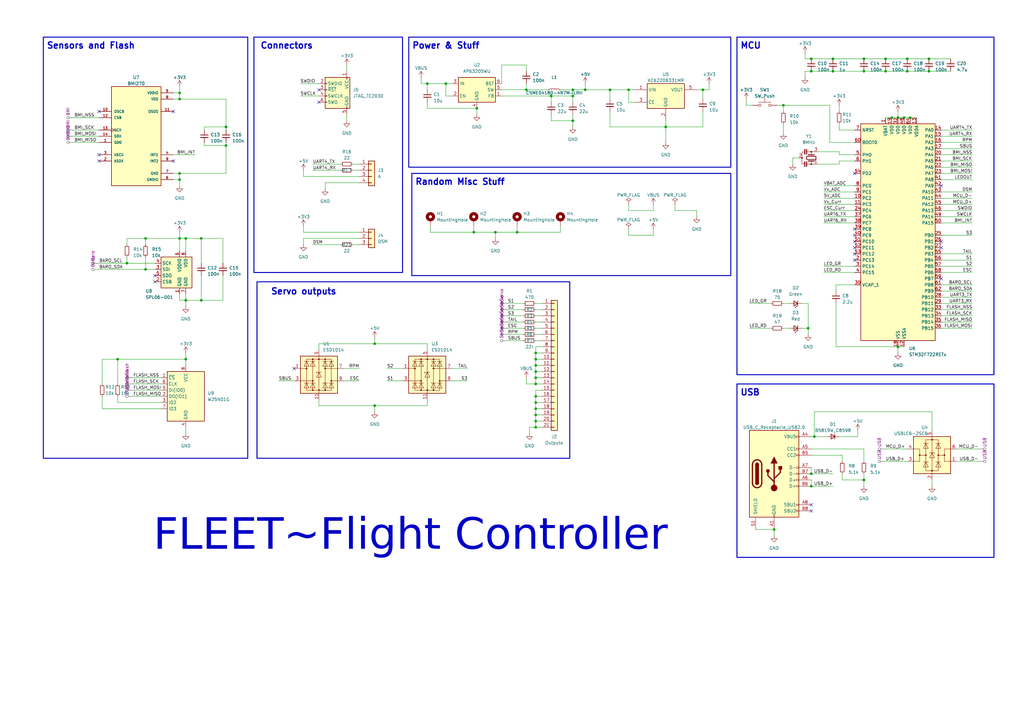
<source format=kicad_sch>
(kicad_sch (version 20250114) (generator "eeschema") (generator_version "9.0")
  (paper "A3")
  (rectangle (start 168.91 71.12) (end 299.72 113.03) (stroke (width 0.4)))
  (rectangle (start 302.26 157.48) (end 407.67 228.6) (stroke (width 0.4)))
  (rectangle (start 105.41 115.57) (end 233.68 187.96) (stroke (width 0.4)))
  (rectangle (start 104.14 15.24) (end 165.1 111.76) (stroke (width 0.4)))
  (rectangle (start 17.78 15.24) (end 101.6 187.96) (stroke (width 0.4)))
  (rectangle (start 167.64 15.24) (end 299.72 68.58) (stroke (width 0.4)))
  (rectangle (start 302.26 15.24) (end 407.67 153.67) (stroke (width 0.4)))
  (text "USB" (at 303.53 162.56 0) (effects (font (size 2.54 2.54) (thickness 0.508) (bold yes)) (justify left bottom)))
  (text "MCU" (at 303.53 20.32 0) (effects (font (size 2.54 2.54) (thickness 0.508) (bold yes)) (justify left bottom)))
  (text "Connectors" (at 106.68 20.32 0) (effects (font (size 2.54 2.54) (thickness 0.508) (bold yes)) (justify left bottom)))
  (text "Random Misc Stuff " (at 170.18 76.2 0) (effects (font (size 2.54 2.54) (thickness 0.508) (bold yes)) (justify left bottom)))
  (text "Servo outputs" (at 110.998 121.158 0) (effects (font (size 2.54 2.54) (thickness 0.508) (bold yes)) (justify left bottom)))
  (text "Sensors and Flash\n" (at 19.05 20.32 0) (effects (font (size 2.54 2.54) (thickness 0.508) (bold yes)) (justify left bottom)))
  (text "Power & Stuff " (at 168.91 20.32 0) (effects (font (size 2.54 2.54) (thickness 0.508) (bold yes)) (justify left bottom)))
  (text "FLEET~Flight Controller\n" (at 168.402 223.266 0) (effects (font (size 12.7 12.7))))
  (junction (at 363.22 24.13))
  (junction (at 288.29 36.83))
  (junction (at 82.55 123.19))
  (junction (at 240.03 36.83))
  (junction (at 182.88 34.29))
  (junction (at 92.71 59.69))
  (junction (at 372.11 24.13))
  (junction (at 92.71 52.07))
  (junction (at 153.67 166.37))
  (junction (at 76.2 147.32))
  (junction (at 365.76 48.26))
  (junction (at 76.2 123.19))
  (junction (at 219.71 152.4))
  (junction (at 219.71 147.32))
  (junction (at 354.33 24.13))
  (junction (at 59.69 110.49))
  (junction (at 76.2 97.79))
  (junction (at 219.71 144.78))
  (junction (at 73.66 40.64))
  (junction (at 334.01 179.07))
  (junction (at 332.74 194.31))
  (junction (at 321.31 43.18))
  (junction (at 212.09 95.25))
  (junction (at 219.71 167.64))
  (junction (at 82.55 97.79))
  (junction (at 354.33 29.21))
  (junction (at 341.63 24.13))
  (junction (at 203.2 95.25))
  (junction (at 219.71 165.1))
  (junction (at 48.26 147.32))
  (junction (at 153.67 140.97))
  (junction (at 273.05 52.07))
  (junction (at 59.69 97.79))
  (junction (at 73.66 97.79))
  (junction (at 317.5 217.17))
  (junction (at 332.74 29.21))
  (junction (at 363.22 29.21))
  (junction (at 257.81 36.83))
  (junction (at 234.95 49.53))
  (junction (at 219.71 170.18))
  (junction (at 332.74 199.39))
  (junction (at 73.66 71.12))
  (junction (at 219.71 172.72))
  (junction (at 368.3 142.24))
  (junction (at 341.63 29.21))
  (junction (at 250.19 36.83))
  (junction (at 234.95 39.37))
  (junction (at 368.3 48.26))
  (junction (at 219.71 157.48))
  (junction (at 73.66 38.1))
  (junction (at 52.07 107.95))
  (junction (at 226.06 39.37))
  (junction (at 219.71 175.26))
  (junction (at 332.74 24.13))
  (junction (at 195.58 44.45))
  (junction (at 219.71 154.94))
  (junction (at 381 29.21))
  (junction (at 373.38 48.26))
  (junction (at 219.71 162.56))
  (junction (at 372.11 29.21))
  (junction (at 215.9 36.83))
  (junction (at 370.84 48.26))
  (junction (at 175.26 34.29))
  (junction (at 354.33 196.85))
  (junction (at 219.71 149.86))
  (junction (at 234.95 36.83))
  (junction (at 194.31 95.25))
  (junction (at 331.47 134.62))
  (junction (at 381 24.13))
  (junction (at 73.66 73.66))
  (no_connect (at 350.52 96.52))
  (no_connect (at 130.81 41.91))
  (no_connect (at 350.52 101.6))
  (no_connect (at 63.5 113.03))
  (no_connect (at 386.08 101.6))
  (no_connect (at 350.52 99.06))
  (no_connect (at 71.12 66.04))
  (no_connect (at 350.52 71.12))
  (no_connect (at 130.81 36.83))
  (no_connect (at 350.52 106.68))
  (no_connect (at 386.08 76.2))
  (no_connect (at 120.65 151.13))
  (no_connect (at 71.12 45.72))
  (no_connect (at 332.74 207.01))
  (no_connect (at 40.64 45.72))
  (no_connect (at 350.52 104.14))
  (no_connect (at 386.08 114.3))
  (no_connect (at 40.64 66.04))
  (no_connect (at 350.52 93.98))
  (no_connect (at 40.64 63.5))
  (no_connect (at 63.5 115.57))
  (no_connect (at 386.08 99.06))
  (no_connect (at 332.74 209.55))
  (wire (pts (xy 130.81 143.51) (xy 130.81 140.97)))
  (wire (pts (xy 250.19 52.07) (xy 273.05 52.07)))
  (wire (pts (xy 219.71 134.62) (xy 222.25 134.62)))
  (wire (pts (xy 325.12 64.77) (xy 325.12 67.31)))
  (wire (pts (xy 73.66 35.56) (xy 73.66 38.1)))
  (wire (pts (xy 386.08 96.52) (xy 398.78 96.52)))
  (wire (pts (xy 83.82 52.07) (xy 92.71 52.07)))
  (wire (pts (xy 363.22 24.13) (xy 372.11 24.13)))
  (wire (pts (xy 321.31 43.18) (xy 321.31 45.72)))
  (wire (pts (xy 386.08 58.42) (xy 398.78 58.42)))
  (wire (pts (xy 30.48 48.26) (xy 40.64 48.26)))
  (wire (pts (xy 175.26 34.29) (xy 172.72 34.29)))
  (wire (pts (xy 386.08 88.9) (xy 398.78 88.9)))
  (wire (pts (xy 381 24.13) (xy 389.89 24.13)))
  (wire (pts (xy 30.48 55.88) (xy 40.64 55.88)))
  (wire (pts (xy 30.48 53.34) (xy 40.64 53.34)))
  (wire (pts (xy 123.19 34.29) (xy 130.81 34.29)))
  (wire (pts (xy 337.82 91.44) (xy 350.52 91.44)))
  (wire (pts (xy 226.06 46.99) (xy 226.06 49.53)))
  (wire (pts (xy 219.71 175.26) (xy 222.25 175.26)))
  (wire (pts (xy 350.52 53.34) (xy 344.17 53.34)))
  (wire (pts (xy 340.36 58.42) (xy 340.36 43.18)))
  (wire (pts (xy 386.08 134.62) (xy 398.78 134.62)))
  (wire (pts (xy 144.78 100.33) (xy 147.32 100.33)))
  (wire (pts (xy 332.74 184.15) (xy 354.33 184.15)))
  (wire (pts (xy 335.28 67.31) (xy 344.17 67.31)))
  (wire (pts (xy 370.84 48.26) (xy 373.38 48.26)))
  (wire (pts (xy 386.08 63.5) (xy 398.78 63.5)))
  (wire (pts (xy 153.67 138.43) (xy 153.67 140.97)))
  (wire (pts (xy 83.82 59.69) (xy 92.71 59.69)))
  (wire (pts (xy 337.82 76.2) (xy 350.52 76.2)))
  (wire (pts (xy 350.52 116.84) (xy 342.9 116.84)))
  (wire (pts (xy 318.77 43.18) (xy 321.31 43.18)))
  (wire (pts (xy 219.71 160.02) (xy 219.71 162.56)))
  (wire (pts (xy 194.31 95.25) (xy 203.2 95.25)))
  (wire (pts (xy 73.66 123.19) (xy 76.2 123.19)))
  (wire (pts (xy 257.81 93.98) (xy 257.81 96.52)))
  (wire (pts (xy 392.43 184.15) (xy 401.32 184.15)))
  (wire (pts (xy 73.66 95.25) (xy 73.66 97.79)))
  (wire (pts (xy 140.97 151.13) (xy 147.32 151.13)))
  (wire (pts (xy 330.2 29.21) (xy 330.2 31.75)))
  (wire (pts (xy 257.81 41.91) (xy 257.81 36.83)))
  (wire (pts (xy 332.74 196.85) (xy 332.74 199.39)))
  (wire (pts (xy 175.26 163.83) (xy 175.26 166.37)))
  (wire (pts (xy 386.08 81.28) (xy 398.78 81.28)))
  (wire (pts (xy 30.48 58.42) (xy 40.64 58.42)))
  (wire (pts (xy 175.26 140.97) (xy 175.26 143.51)))
  (wire (pts (xy 41.91 162.56) (xy 41.91 167.64)))
  (wire (pts (xy 215.9 26.67) (xy 215.9 29.21)))
  (wire (pts (xy 128.27 100.33) (xy 139.7 100.33)))
  (wire (pts (xy 144.78 67.31) (xy 147.32 67.31)))
  (wire (pts (xy 219.71 172.72) (xy 222.25 172.72)))
  (wire (pts (xy 219.71 149.86) (xy 219.71 147.32)))
  (wire (pts (xy 368.3 142.24) (xy 368.3 144.78)))
  (wire (pts (xy 386.08 127) (xy 398.78 127)))
  (wire (pts (xy 54.61 157.48) (xy 66.04 157.48)))
  (wire (pts (xy 381 29.21) (xy 389.89 29.21)))
  (wire (pts (xy 386.08 73.66) (xy 398.78 73.66)))
  (wire (pts (xy 175.26 34.29) (xy 182.88 34.29)))
  (wire (pts (xy 82.55 97.79) (xy 82.55 107.95)))
  (wire (pts (xy 363.22 184.15) (xy 372.11 184.15)))
  (wire (pts (xy 219.71 154.94) (xy 219.71 152.4)))
  (wire (pts (xy 208.28 134.62) (xy 214.63 134.62)))
  (wire (pts (xy 273.05 52.07) (xy 288.29 52.07)))
  (wire (pts (xy 386.08 91.44) (xy 398.78 91.44)))
  (wire (pts (xy 54.61 154.94) (xy 66.04 154.94)))
  (wire (pts (xy 52.07 107.95) (xy 63.5 107.95)))
  (wire (pts (xy 386.08 132.08) (xy 398.78 132.08)))
  (wire (pts (xy 219.71 157.48) (xy 219.71 154.94)))
  (wire (pts (xy 342.9 116.84) (xy 342.9 119.38)))
  (wire (pts (xy 332.74 29.21) (xy 330.2 29.21)))
  (wire (pts (xy 392.43 189.23) (xy 401.32 189.23)))
  (wire (pts (xy 234.95 39.37) (xy 226.06 39.37)))
  (wire (pts (xy 123.19 39.37) (xy 130.81 39.37)))
  (wire (pts (xy 76.2 147.32) (xy 76.2 149.86)))
  (wire (pts (xy 92.71 40.64) (xy 92.71 52.07)))
  (wire (pts (xy 48.26 147.32) (xy 76.2 147.32)))
  (wire (pts (xy 341.63 24.13) (xy 354.33 24.13)))
  (wire (pts (xy 341.63 29.21) (xy 354.33 29.21)))
  (wire (pts (xy 386.08 119.38) (xy 398.78 119.38)))
  (wire (pts (xy 368.3 142.24) (xy 370.84 142.24)))
  (wire (pts (xy 208.28 127) (xy 214.63 127)))
  (wire (pts (xy 217.17 175.26) (xy 219.71 175.26)))
  (wire (pts (xy 73.66 71.12) (xy 71.12 71.12)))
  (wire (pts (xy 328.93 134.62) (xy 331.47 134.62)))
  (wire (pts (xy 350.52 58.42) (xy 340.36 58.42)))
  (wire (pts (xy 165.1 151.13) (xy 158.75 151.13)))
  (wire (pts (xy 219.71 175.26) (xy 219.71 172.72)))
  (wire (pts (xy 386.08 78.74) (xy 398.78 78.74)))
  (wire (pts (xy 344.17 66.04) (xy 344.17 67.31)))
  (wire (pts (xy 285.75 86.36) (xy 285.75 88.9)))
  (wire (pts (xy 365.76 48.26) (xy 368.3 48.26)))
  (wire (pts (xy 273.05 52.07) (xy 273.05 49.53)))
  (wire (pts (xy 363.22 48.26) (xy 365.76 48.26)))
  (wire (pts (xy 92.71 59.69) (xy 92.71 58.42)))
  (wire (pts (xy 219.71 139.7) (xy 222.25 139.7)))
  (wire (pts (xy 342.9 124.46) (xy 342.9 142.24)))
  (wire (pts (xy 185.42 34.29) (xy 182.88 34.29)))
  (wire (pts (xy 308.61 43.18) (xy 306.07 43.18)))
  (wire (pts (xy 219.71 165.1) (xy 222.25 165.1)))
  (wire (pts (xy 372.11 24.13) (xy 381 24.13)))
  (wire (pts (xy 92.71 52.07) (xy 92.71 53.34)))
  (wire (pts (xy 219.71 167.64) (xy 219.71 165.1)))
  (wire (pts (xy 205.74 39.37) (xy 226.06 39.37)))
  (wire (pts (xy 332.74 24.13) (xy 330.2 24.13)))
  (wire (pts (xy 205.74 36.83) (xy 215.9 36.83)))
  (wire (pts (xy 124.46 69.85) (xy 124.46 72.39)))
  (wire (pts (xy 215.9 157.48) (xy 215.9 154.94)))
  (wire (pts (xy 240.03 36.83) (xy 250.19 36.83)))
  (wire (pts (xy 142.24 26.67) (xy 142.24 29.21)))
  (wire (pts (xy 337.82 83.82) (xy 350.52 83.82)))
  (wire (pts (xy 59.69 105.41) (xy 59.69 110.49)))
  (wire (pts (xy 386.08 124.46) (xy 398.78 124.46)))
  (wire (pts (xy 212.09 92.71) (xy 212.09 95.25)))
  (wire (pts (xy 147.32 156.21) (xy 140.97 156.21)))
  (wire (pts (xy 234.95 36.83) (xy 234.95 39.37)))
  (wire (pts (xy 40.64 107.95) (xy 52.07 107.95)))
  (wire (pts (xy 267.97 96.52) (xy 267.97 93.98)))
  (wire (pts (xy 153.67 166.37) (xy 153.67 168.91)))
  (wire (pts (xy 250.19 45.72) (xy 250.19 52.07)))
  (wire (pts (xy 317.5 217.17) (xy 317.5 219.71)))
  (wire (pts (xy 195.58 44.45) (xy 195.58 46.99)))
  (wire (pts (xy 267.97 83.82) (xy 267.97 86.36)))
  (wire (pts (xy 321.31 134.62) (xy 323.85 134.62)))
  (wire (pts (xy 240.03 34.29) (xy 240.03 36.83)))
  (wire (pts (xy 234.95 49.53) (xy 234.95 46.99)))
  (wire (pts (xy 59.69 97.79) (xy 73.66 97.79)))
  (wire (pts (xy 386.08 111.76) (xy 398.78 111.76)))
  (wire (pts (xy 52.07 97.79) (xy 59.69 97.79)))
  (wire (pts (xy 290.83 34.29) (xy 290.83 36.83)))
  (wire (pts (xy 219.71 172.72) (xy 219.71 170.18)))
  (wire (pts (xy 82.55 123.19) (xy 91.44 123.19)))
  (wire (pts (xy 373.38 48.26) (xy 375.92 48.26)))
  (wire (pts (xy 83.82 52.07) (xy 83.82 53.34)))
  (wire (pts (xy 76.2 97.79) (xy 82.55 97.79)))
  (wire (pts (xy 208.28 129.54) (xy 214.63 129.54)))
  (wire (pts (xy 219.71 152.4) (xy 219.71 149.86)))
  (wire (pts (xy 147.32 95.25) (xy 124.46 95.25)))
  (wire (pts (xy 386.08 116.84) (xy 398.78 116.84)))
  (wire (pts (xy 332.74 194.31) (xy 341.63 194.31)))
  (wire (pts (xy 332.74 24.13) (xy 341.63 24.13)))
  (wire (pts (xy 332.74 179.07) (xy 334.01 179.07)))
  (wire (pts (xy 217.17 177.8) (xy 217.17 175.26)))
  (wire (pts (xy 142.24 46.99) (xy 142.24 49.53)))
  (wire (pts (xy 182.88 39.37) (xy 185.42 39.37)))
  (wire (pts (xy 386.08 60.96) (xy 398.78 60.96)))
  (wire (pts (xy 337.82 78.74) (xy 350.52 78.74)))
  (wire (pts (xy 250.19 40.64) (xy 250.19 36.83)))
  (wire (pts (xy 344.17 43.18) (xy 344.17 45.72)))
  (wire (pts (xy 368.3 45.72) (xy 368.3 48.26)))
  (wire (pts (xy 344.17 50.8) (xy 344.17 53.34)))
  (wire (pts (xy 219.71 149.86) (xy 222.25 149.86)))
  (wire (pts (xy 331.47 134.62) (xy 331.47 137.16)))
  (wire (pts (xy 153.67 166.37) (xy 130.81 166.37)))
  (wire (pts (xy 386.08 55.88) (xy 398.78 55.88)))
  (wire (pts (xy 40.64 110.49) (xy 59.69 110.49)))
  (wire (pts (xy 386.08 109.22) (xy 398.78 109.22)))
  (wire (pts (xy 345.44 196.85) (xy 354.33 196.85)))
  (wire (pts (xy 41.91 147.32) (xy 48.26 147.32)))
  (wire (pts (xy 382.27 168.91) (xy 334.01 168.91)))
  (wire (pts (xy 48.26 165.1) (xy 66.04 165.1)))
  (wire (pts (xy 215.9 36.83) (xy 215.9 34.29)))
  (wire (pts (xy 334.01 179.07) (xy 339.09 179.07)))
  (wire (pts (xy 219.71 147.32) (xy 222.25 147.32)))
  (wire (pts (xy 48.26 162.56) (xy 48.26 165.1)))
  (wire (pts (xy 226.06 49.53) (xy 234.95 49.53)))
  (wire (pts (xy 382.27 196.85) (xy 382.27 199.39)))
  (wire (pts (xy 372.11 29.21) (xy 381 29.21)))
  (wire (pts (xy 76.2 144.78) (xy 76.2 147.32)))
  (wire (pts (xy 73.66 40.64) (xy 92.71 40.64)))
  (wire (pts (xy 185.42 156.21) (xy 191.77 156.21)))
  (wire (pts (xy 354.33 29.21) (xy 363.22 29.21)))
  (wire (pts (xy 208.28 139.7) (xy 214.63 139.7)))
  (wire (pts (xy 52.07 105.41) (xy 52.07 107.95)))
  (wire (pts (xy 153.67 140.97) (xy 175.26 140.97)))
  (wire (pts (xy 130.81 140.97) (xy 153.67 140.97)))
  (wire (pts (xy 276.86 83.82) (xy 276.86 86.36)))
  (wire (pts (xy 71.12 63.5) (xy 80.01 63.5)))
  (wire (pts (xy 219.71 137.16) (xy 222.25 137.16)))
  (wire (pts (xy 386.08 83.82) (xy 398.78 83.82)))
  (wire (pts (xy 335.28 62.23) (xy 344.17 62.23)))
  (wire (pts (xy 176.53 92.71) (xy 176.53 95.25)))
  (wire (pts (xy 219.71 162.56) (xy 219.71 165.1)))
  (wire (pts (xy 386.08 121.92) (xy 398.78 121.92)))
  (wire (pts (xy 219.71 157.48) (xy 222.25 157.48)))
  (wire (pts (xy 288.29 45.72) (xy 288.29 52.07)))
  (wire (pts (xy 307.34 134.62) (xy 316.23 134.62)))
  (wire (pts (xy 229.87 36.83) (xy 234.95 36.83)))
  (wire (pts (xy 205.74 26.67) (xy 215.9 26.67)))
  (wire (pts (xy 288.29 36.83) (xy 285.75 36.83)))
  (wire (pts (xy 54.61 160.02) (xy 66.04 160.02)))
  (wire (pts (xy 382.27 168.91) (xy 382.27 176.53)))
  (wire (pts (xy 76.2 175.26) (xy 76.2 177.8)))
  (wire (pts (xy 128.27 67.31) (xy 139.7 67.31)))
  (wire (pts (xy 54.61 162.56) (xy 66.04 162.56)))
  (wire (pts (xy 73.66 71.12) (xy 92.71 71.12)))
  (wire (pts (xy 208.28 124.46) (xy 214.63 124.46)))
  (wire (pts (xy 332.74 186.69) (xy 345.44 186.69)))
  (wire (pts (xy 124.46 97.79) (xy 147.32 97.79)))
  (wire (pts (xy 203.2 95.25) (xy 203.2 97.79)))
  (wire (pts (xy 76.2 120.65) (xy 76.2 123.19)))
  (wire (pts (xy 172.72 31.75) (xy 172.72 34.29)))
  (wire (pts (xy 120.65 156.21) (xy 114.3 156.21)))
  (wire (pts (xy 334.01 168.91) (xy 334.01 179.07)))
  (wire (pts (xy 344.17 179.07) (xy 351.79 179.07)))
  (wire (pts (xy 354.33 194.31) (xy 354.33 196.85)))
  (wire (pts (xy 73.66 73.66) (xy 73.66 76.2)))
  (wire (pts (xy 219.71 127) (xy 222.25 127)))
  (wire (pts (xy 124.46 97.79) (xy 124.46 100.33)))
  (wire (pts (xy 219.71 152.4) (xy 222.25 152.4)))
  (wire (pts (xy 203.2 95.25) (xy 212.09 95.25)))
  (wire (pts (xy 52.07 100.33) (xy 52.07 97.79)))
  (wire (pts (xy 234.95 36.83) (xy 240.03 36.83)))
  (wire (pts (xy 321.31 124.46) (xy 323.85 124.46)))
  (wire (pts (xy 208.28 137.16) (xy 214.63 137.16)))
  (wire (pts (xy 71.12 38.1) (xy 73.66 38.1)))
  (wire (pts (xy 76.2 123.19) (xy 76.2 125.73)))
  (wire (pts (xy 133.35 74.93) (xy 133.35 77.47)))
  (wire (pts (xy 257.81 36.83) (xy 260.35 36.83)))
  (wire (pts (xy 219.71 144.78) (xy 219.71 142.24)))
  (wire (pts (xy 351.79 176.53) (xy 351.79 179.07)))
  (wire (pts (xy 386.08 106.68) (xy 398.78 106.68)))
  (wire (pts (xy 48.26 157.48) (xy 48.26 147.32)))
  (wire (pts (xy 344.17 63.5) (xy 350.52 63.5)))
  (wire (pts (xy 307.34 124.46) (xy 316.23 124.46)))
  (wire (pts (xy 354.33 196.85) (xy 354.33 199.39)))
  (wire (pts (xy 73.66 97.79) (xy 76.2 97.79)))
  (wire (pts (xy 309.88 217.17) (xy 317.5 217.17)))
  (wire (pts (xy 144.78 69.85) (xy 147.32 69.85)))
  (wire (pts (xy 219.71 154.94) (xy 222.25 154.94)))
  (wire (pts (xy 331.47 124.46) (xy 331.47 134.62)))
  (wire (pts (xy 331.47 124.46) (xy 328.93 124.46)))
  (wire (pts (xy 219.71 144.78) (xy 222.25 144.78)))
  (wire (pts (xy 205.74 34.29) (xy 205.74 26.67)))
  (wire (pts (xy 219.71 142.24) (xy 222.25 142.24)))
  (wire (pts (xy 234.95 49.53) (xy 234.95 52.07)))
  (wire (pts (xy 337.82 88.9) (xy 350.52 88.9)))
  (wire (pts (xy 257.81 86.36) (xy 267.97 86.36)))
  (wire (pts (xy 363.22 29.21) (xy 372.11 29.21)))
  (wire (pts (xy 386.08 71.12) (xy 398.78 71.12)))
  (wire (pts (xy 182.88 34.29) (xy 182.88 39.37)))
  (wire (pts (xy 219.71 129.54) (xy 222.25 129.54)))
  (wire (pts (xy 321.31 50.8) (xy 321.31 54.61)))
  (wire (pts (xy 337.82 109.22) (xy 350.52 109.22)))
  (wire (pts (xy 330.2 21.59) (xy 330.2 24.13)))
  (wire (pts (xy 345.44 186.69) (xy 345.44 189.23)))
  (wire (pts (xy 386.08 86.36) (xy 398.78 86.36)))
  (wire (pts (xy 91.44 123.19) (xy 91.44 113.03)))
  (wire (pts (xy 194.31 92.71) (xy 194.31 95.25)))
  (wire (pts (xy 288.29 36.83) (xy 288.29 40.64)))
  (wire (pts (xy 82.55 113.03) (xy 82.55 123.19)))
  (wire (pts (xy 82.55 97.79) (xy 91.44 97.79)))
  (wire (pts (xy 386.08 66.04) (xy 398.78 66.04)))
  (wire (pts (xy 73.66 97.79) (xy 73.66 102.87)))
  (wire (pts (xy 71.12 40.64) (xy 73.66 40.64)))
  (wire (pts (xy 273.05 52.07) (xy 273.05 58.42)))
  (wire (pts (xy 130.81 166.37) (xy 130.81 163.83)))
  (wire (pts (xy 73.66 120.65) (xy 73.66 123.19)))
  (wire (pts (xy 219.71 170.18) (xy 219.71 167.64)))
  (wire (pts (xy 257.81 83.82) (xy 257.81 86.36)))
  (wire (pts (xy 337.82 86.36) (xy 350.52 86.36)))
  (wire (pts (xy 332.74 191.77) (xy 332.74 194.31)))
  (wire (pts (xy 219.71 147.32) (xy 219.71 144.78)))
  (wire (pts (xy 306.07 40.64) (xy 306.07 43.18)))
  (wire (pts (xy 158.75 156.21) (xy 165.1 156.21)))
  (wire (pts (xy 76.2 123.19) (xy 82.55 123.19)))
  (wire (pts (xy 234.95 39.37) (xy 234.95 41.91)))
  (wire (pts (xy 229.87 95.25) (xy 229.87 92.71)))
  (wire (pts (xy 350.52 66.04) (xy 344.17 66.04)))
  (wire (pts (xy 386.08 68.58) (xy 398.78 68.58)))
  (wire (pts (xy 219.71 170.18) (xy 222.25 170.18)))
  (wire (pts (xy 386.08 104.14) (xy 398.78 104.14)))
  (wire (pts (xy 76.2 97.79) (xy 76.2 102.87)))
  (wire (pts (xy 185.42 151.13) (xy 191.77 151.13)))
  (wire (pts (xy 219.71 157.48) (xy 215.9 157.48)))
  (wire (pts (xy 59.69 97.79) (xy 59.69 100.33)))
  (wire (pts (xy 276.86 86.36) (xy 285.75 86.36)))
  (wire (pts (xy 176.53 95.25) (xy 194.31 95.25)))
  (wire (pts (xy 83.82 59.69) (xy 83.82 58.42)))
  (wire (pts (xy 219.71 124.46) (xy 222.25 124.46)))
  (wire (pts (xy 41.91 167.64) (xy 66.04 167.64)))
  (wire (pts (xy 219.71 167.64) (xy 222.25 167.64)))
  (wire (pts (xy 59.69 110.49) (xy 63.5 110.49)))
  (wire (pts (xy 332.74 199.39) (xy 341.63 199.39)))
  (wire (pts (xy 212.09 95.25) (xy 229.87 95.25)))
  (wire (pts (xy 73.66 73.66) (xy 71.12 73.66)))
  (wire (pts (xy 260.35 41.91) (xy 257.81 41.91)))
  (wire (pts (xy 321.31 43.18) (xy 340.36 43.18)))
  (wire (pts (xy 147.32 74.93) (xy 133.35 74.93)))
  (wire (pts (xy 175.26 36.83) (xy 175.26 34.29)))
  (wire (pts (xy 327.66 64.77) (xy 325.12 64.77)))
  (wire (pts (xy 128.27 69.85) (xy 139.7 69.85)))
  (wire (pts (xy 226.06 39.37) (xy 226.06 41.91)))
  (wire (pts (xy 337.82 81.28) (xy 350.52 81.28)))
  (wire (pts (xy 386.08 53.34) (xy 398.78 53.34)))
  (wire (pts (xy 219.71 132.08) (xy 222.25 132.08)))
  (wire (pts (xy 222.25 162.56) (xy 219.71 162.56)))
  (wire (pts (xy 363.22 189.23) (xy 372.11 189.23)))
  (wire (pts (xy 195.58 44.45) (xy 175.26 44.45)))
  (wire (pts (xy 368.3 48.26) (xy 370.84 48.26)))
  (wire (pts (xy 73.66 40.64) (xy 73.66 38.1)))
  (wire (pts (xy 175.26 44.45) (xy 175.26 41.91)))
  (wire (pts (xy 215.9 36.83) (xy 224.79 36.83)))
  (wire (pts (xy 332.74 29.21) (xy 341.63 29.21)))
  (wire (pts (xy 342.9 142.24) (xy 368.3 142.24)))
  (wire (pts (xy 344.17 62.23) (xy 344.17 63.5)))
  (wire (pts (xy 337.82 111.76) (xy 350.52 111.76)))
  (wire (pts (xy 354.33 24.13) (xy 363.22 24.13)))
  (wire (pts (xy 250.19 36.83) (xy 257.81 36.83)))
  (wire (pts (xy 345.44 194.31) (xy 345.44 196.85)))
  (wire (pts (xy 92.71 71.12) (xy 92.71 59.69)))
  (wire (pts (xy 354.33 184.15) (xy 354.33 189.23)))
  (wire (pts (xy 147.32 72.39) (xy 124.46 72.39)))
  (wire (pts (xy 124.46 92.71) (xy 124.46 95.25)))
  (wire (pts (xy 288.29 36.83) (xy 290.83 36.83)))
  (wire (pts (xy 222.25 160.02) (xy 219.71 160.02)))
  (wire (pts (xy 208.28 132.08) (xy 214.63 132.08)))
  (wire (pts (xy 41.91 157.48) (xy 41.91 147.32)))
  (wire (pts (xy 91.44 97.79) (xy 91.44 107.95)))
  (wire (pts (xy 73.66 71.12) (xy 73.66 73.66)))
  (wire (pts (xy 175.26 166.37) (xy 153.67 166.37)))
  (wire (pts (xy 257.81 96.52) (xy 267.97 96.52)))
  (wire (pts (xy 386.08 129.54) (xy 398.78 129.54)))
  (label "SBUS" (at 114.3 156.21 0))
  (label "MCU_D+" (at 363.22 184.15 0))
  (label "UART4_RX" (at 128.27 69.85 0))
  (label "S3" (at 191.77 156.21 180))
  (label "USB_D-" (at 341.63 194.31 180))
  (label "FLASH_MOSI" (at 54.61 160.02 0))
  (label "UART3_TX" (at 398.78 121.92 180))
  (label "UART4_TX" (at 128.27 67.31 0))
  (label "MCU_D+" (at 398.78 83.82 180))
  (label "ESC" (at 398.78 111.76 180))
  (label "S2" (at 158.75 151.13 0))
  (label "DSM" (at 398.78 78.74 180))
  (label "BMI_NSS" (at 30.48 48.26 0))
  (label "LED_GR" (at 337.82 109.22 0))
  (label "BMI_MISO" (at 398.78 68.58 180))
  (label "BARO_SDA" (at 40.64 110.49 0))
  (label "FLASH_NSS" (at 54.61 154.94 0))
  (label "RPM" (at 208.28 137.16 0))
  (label "DSM" (at 128.27 100.33 0))
  (label "BARO_SCL" (at 40.64 107.95 0))
  (label "ESC" (at 208.28 134.62 0))
  (label "SWDIO" (at 123.19 34.29 0))
  (label "TAIL" (at 191.77 151.13 180))
  (label "MCU_D-" (at 401.32 184.15 180))
  (label "USB_D+" (at 363.22 189.23 0))
  (label "BMI_MOSI" (at 398.78 71.12 180))
  (label "Vx_ADC" (at 337.82 78.74 0))
  (label "BMI_INT" (at 398.78 91.44 180))
  (label "FLASH_MOSI" (at 398.78 134.62 180))
  (label "BARO_SDA" (at 398.78 119.38 180))
  (label "LEDOUT" (at 398.78 73.66 180))
  (label "TAIL" (at 208.28 132.08 0))
  (label "USB_D+" (at 341.63 199.39 180))
  (label "S1" (at 398.78 106.68 180))
  (label "RPM" (at 398.78 58.42 180))
  (label "SBUS" (at 208.28 139.7 0))
  (label "LED_GR" (at 307.34 124.46 0))
  (label "FLASH_NSS" (at 398.78 127 180))
  (label "UART4_RX" (at 398.78 55.88 180))
  (label "VBAT_ADC" (at 337.82 76.2 0))
  (label "BARO_SCL" (at 398.78 116.84 180))
  (label "BMI_SCK" (at 398.78 66.04 180))
  (label "S1" (at 208.28 124.46 0))
  (label "BMI_INT" (at 80.01 63.5 180))
  (label "S2" (at 208.28 127 0))
  (label "S1" (at 158.75 156.21 0))
  (label "FLASH_MISO" (at 54.61 162.56 0))
  (label "LED_RD" (at 307.34 134.62 0))
  (label "FLASH_SCK" (at 398.78 129.54 180))
  (label "RPM" (at 147.32 151.13 180))
  (label "FLASH_MISO" (at 398.78 132.08 180))
  (label "UART6_TX" (at 337.82 88.9 0))
  (label "BMI_MISO" (at 30.48 58.42 0))
  (label "BMI_NSS" (at 398.78 63.5 180))
  (label "USB_D-" (at 401.32 189.23 180))
  (label "SWCLK" (at 398.78 88.9 180))
  (label "UART6_RX" (at 337.82 91.44 0))
  (label "UART3_RX" (at 398.78 124.46 180))
  (label "S3" (at 398.78 96.52 180))
  (label "SWCLK" (at 123.19 39.37 0))
  (label "SBUS" (at 398.78 60.96 180))
  (label "UART4_TX" (at 398.78 53.34 180))
  (label "ESC" (at 147.32 156.21 180))
  (label "TAIL" (at 398.78 104.14 180))
  (label "S2" (at 398.78 109.22 180))
  (label "ESC_Curr" (at 337.82 86.36 0))
  (label "BMI_MOSI" (at 30.48 55.88 0))
  (label "Vx_Curr" (at 337.82 83.82 0))
  (label "FLASH_SCK" (at 54.61 157.48 0))
  (label "SWDIO" (at 398.78 86.36 180))
  (label "LED_RD" (at 337.82 111.76 0))
  (label "5V_ADC" (at 337.82 81.28 0))
  (label "BMI_SCK" (at 30.48 53.34 0))
  (label "S3" (at 208.28 129.54 0))
  (label "MCU_D-" (at 398.78 81.28 180))
  (netclass_flag "" (length 2.54) (shape round) (at 40.64 107.95 90) (property "Netclass" "Baro" (at 38.1 107.2515 90) (effects (font (italic yes)) (justify left))))
  (netclass_flag "" (length 2.54) (shape round) (at 208.28 139.7 90) (property "Netclass" "Servo" (at 205.74 139.0015 90) (effects (font (italic yes)) (justify left))))
  (netclass_flag "" (length 2.54) (shape round) (at 208.28 137.16 90) (property "Netclass" "Servo" (at 205.74 136.4615 90) (effects (font (italic yes)) (justify left))))
  (netclass_flag "" (length 2.54) (shape round) (at 40.64 110.49 90) (property "Netclass" "Baro" (at 38.1 109.7915 90) (effects (font (italic yes)) (justify left))))
  (netclass_flag "" (length 2.54) (shape round) (at 401.32 184.15 270) (property "Netclass" "USB" (at 403.86 183.4515 90) (effects (font (italic yes)) (justify left))))
  (netclass_flag "" (length 2.54) (shape round) (at 30.48 58.42 90) (property "Netclass" "BMI" (at 27.94 57.7215 90) (effects (font (italic yes)) (justify left))))
  (netclass_flag "" (length 2.54) (shape round) (at 208.28 129.54 90) (property "Netclass" "Servo" (at 205.74 128.8415 90) (effects (font (italic yes)) (justify left))))
  (netclass_flag "" (length 2.54) (shape round) (at 30.48 48.26 90) (property "Netclass" "BMI" (at 27.94 47.5615 90) (effects (font (italic yes)) (justify left))))
  (netclass_flag "" (length 2.54) (shape round) (at 54.61 157.48 90) (property "Netclass" "Flash" (at 52.07 156.7815 90) (effects (font (italic yes)) (justify left))))
  (netclass_flag "" (length 2.54) (shape round) (at 208.28 134.62 90) (property "Netclass" "Servo" (at 205.74 133.9215 90) (effects (font (italic yes)) (justify left))))
  (netclass_flag "" (length 2.54) (shape round) (at 54.61 160.02 90) (property "Netclass" "Flash" (at 52.07 159.3215 90) (effects (font (italic yes)) (justify left))))
  (netclass_flag "" (length 2.54) (shape round) (at 208.28 124.46 90) (property "Netclass" "Servo" (at 205.74 123.7615 90) (effects (font (italic yes)) (justify left))))
  (netclass_flag "" (length 2.54) (shape round) (at 208.28 127 90) (property "Netclass" "Servo" (at 205.74 126.3015 90) (effects (font (italic yes)) (justify left))))
  (netclass_flag "" (length 2.54) (shape round) (at 363.22 189.23 90) (property "Netclass" "USB" (at 360.68 188.5315 90) (effects (font (italic yes)) (justify left))))
  (netclass_flag "" (length 2.54) (shape round) (at 363.22 184.15 90) (property "Netclass" "USB" (at 360.68 183.4515 90) (effects (font (italic yes)) (justify left))))
  (netclass_flag "" (length 2.54) (shape round) (at 54.61 154.94 90) (property "Netclass" "Flash" (at 52.07 154.2415 90) (effects (font (italic yes)) (justify left))))
  (netclass_flag "" (length 2.54) (shape round) (at 54.61 162.56 90) (property "Netclass" "Flash" (at 52.07 161.8615 90) (effects (font (italic yes)) (justify left))))
  (netclass_flag "" (length 2.54) (shape round) (at 30.48 53.34 90) (property "Netclass" "BMI" (at 27.94 52.6415 90) (effects (font (italic yes)) (justify left))))
  (netclass_flag "" (length 2.54) (shape round) (at 30.48 55.88 90) (property "Netclass" "BMI" (at 27.94 55.1815 90) (effects (font (italic yes)) (justify left))))
  (netclass_flag "" (length 2.54) (shape round) (at 208.28 132.08 90) (property "Netclass" "Servo" (at 205.74 131.3815 90) (effects (font (italic yes)) (justify left))))
  (netclass_flag "" (length 2.54) (shape round) (at 401.32 189.23 270) (property "Netclass" "USB" (at 403.86 188.5315 90) (effects (font (italic yes)) (justify left))))
  (symbol (lib_id "power:GND") (at 285.75 88.9 0) (unit 1)
    (property "Reference" "#PWR033" (effects (hide yes)))
    (property "Value" "GND" (at 285.75 93.98 0))
  )
  (symbol (lib_id "Device:R_Small") (at 321.31 48.26 0) (unit 1)
    (property "Reference" "R10" (at 323.85 47.625 0) (effects (justify left)))
    (property "Value" "10k" (at 323.85 50.165 0) (effects (justify left)))
    (property "Footprint" "Resistor_SMD:R_0402_1005Metric" (effects (hide yes)))
  )
  (symbol (lib_id "Device:R_Small") (at 217.17 139.7 90) (unit 1)
    (property "Reference" "R7" (at 217.17 139.7 90))
    (property "Value" "22r" (at 217.17 142.24 90))
    (property "Footprint" "Resistor_SMD:R_0402_1005Metric" (effects (hide yes)))
  )
  (symbol (lib_id "power:GND") (at 331.47 137.16 0) (unit 1)
    (property "Reference" "#PWR030" (effects (hide yes)))
    (property "Value" "GND" (at 331.47 142.24 0))
  )
  (symbol (lib_id "Device:R_Small") (at 217.17 127 90) (unit 1)
    (property "Reference" "R2" (at 217.17 127 90))
    (property "Value" "470" (effects (hide yes)))
    (property "Footprint" "Resistor_SMD:R_0402_1005Metric" (effects (hide yes)))
  )
  (symbol (lib_id "power:GND") (at 325.12 67.31 0) (unit 1)
    (property "Reference" "#PWR034" (effects (hide yes)))
    (property "Value" "GND" (at 325.12 72.39 0))
  )
  (symbol (lib_id "Device:D_Small") (at 341.63 179.07 180) (unit 1)
    (property "Reference" "D1" (at 341.63 173.99 0))
    (property "Value" "B5819W_C8598" (at 341.63 176.53 0))
    (property "Footprint" "Diode_SMD:D_SOD-123" (effects (hide yes)))
    (property "Sim.Device" "D" (effects (hide yes)))
    (property "Sim.Pins" "1=K 2=A" (effects (hide yes)))
  )
  (symbol (lib_id "marbastlib_various:JTAG_TC2030") (at 137.16 39.37 0) (unit 1)
    (property "Reference" "J5" (at 144.78 36.83 0) (effects (justify left)))
    (property "Value" "JTAG_TC2030" (at 144.78 39.37 0) (effects (justify left)))
    (property "Footprint" "marbastlib_various:CON_TC2030_outlined" (effects (hide yes)))
    (property "Datasheet" " ~" (effects (hide yes)))
  )
  (symbol (lib_id "power:PWR_FLAG") (at 276.86 83.82 0) (unit 1)
    (property "Reference" "#FLG03" (effects (hide yes)))
    (property "Value" "PWR_FLAG" (at 276.86 80.01 0))
  )
  (symbol (lib_id "Device:R_Small") (at 217.17 124.46 90) (unit 1)
    (property "Reference" "R1" (at 217.17 119.38 90))
    (property "Value" "470" (at 217.17 121.92 90))
    (property "Footprint" "Resistor_SMD:R_0402_1005Metric" (effects (hide yes)))
  )
  (symbol (lib_id "power:VBUS") (at 267.97 83.82 0) (unit 1)
    (property "Reference" "#PWR031" (effects (hide yes)))
    (property "Value" "VBUS" (at 267.97 80.01 0))
  )
  (symbol (lib_id "power:PWR_FLAG") (at 257.81 93.98 0) (unit 1)
    (property "Reference" "#FLG02" (effects (hide yes)))
    (property "Value" "PWR_FLAG" (at 257.81 90.17 0))
  )
  (symbol (lib_id "Mechanical:MountingHole_Pad") (at 194.31 90.17 0) (unit 1)
    (property "Reference" "H2" (at 196.85 87.63 0) (effects (justify left)))
    (property "Value" "MountingHole" (at 196.85 90.17 0) (effects (justify left)))
    (property "Footprint" "MountingHole:MountingHole_2.2mm_M2_Pad_Via" (effects (hide yes)))
  )
  (symbol (lib_id "Device:C_Small") (at 175.26 39.37 0) (unit 1)
    (property "Reference" "C1" (at 177.8 38.7413 0) (effects (justify left)))
    (property "Value" "10u" (at 177.8 41.2813 0) (effects (justify left)))
    (property "Footprint" "Capacitor_SMD:C_0603_1608Metric" (effects (hide yes)))
  )
  (symbol (lib_id "power:GND") (at 273.05 58.42 0) (unit 1)
    (property "Reference" "#PWR015" (effects (hide yes)))
    (property "Value" "GND" (at 273.05 63.5 0))
  )
  (symbol (lib_id "Regulator_Linear:XC6220B331MR") (at 273.05 39.37 0) (unit 1)
    (property "Reference" "U5" (at 273.05 30.48 0))
    (property "Value" "XC6220B331MR" (at 273.05 33.02 0))
    (property "Footprint" "Package_TO_SOT_SMD:SOT-23-5" (effects (hide yes)))
    (property "Datasheet" "https://www.torexsemi.com/file/xc6220/XC6220.pdf" (effects (hide yes)))
  )
  (symbol (lib_id "power:GND") (at 382.27 199.39 0) (unit 1)
    (property "Reference" "#PWR010" (effects (hide yes)))
    (property "Value" "GND" (at 382.27 204.47 0))
  )
  (symbol (lib_id "Device:R_Small") (at 217.17 137.16 90) (unit 1)
    (property "Reference" "R6" (at 217.17 137.16 90))
    (property "Value" "470" (effects (hide yes)))
    (property "Footprint" "Resistor_SMD:R_0402_1005Metric" (effects (hide yes)))
  )
  (symbol (lib_id "Device:C_Small") (at 91.44 110.49 0) (unit 1)
    (property "Reference" "C15" (at 93.98 109.8613 0) (effects (justify left)))
    (property "Value" "100n" (at 93.98 112.4013 0) (effects (justify left)))
    (property "Footprint" "Capacitor_SMD:C_0402_1005Metric" (effects (hide yes)))
  )
  (symbol (lib_id "power:+5V") (at 153.67 138.43 0) (unit 1)
    (property "Reference" "#PWR05" (effects (hide yes)))
    (property "Value" "+5V" (at 153.67 134.62 0))
  )
  (symbol (lib_id "Device:C_Small") (at 83.82 55.88 0) (unit 1)
    (property "Reference" "C13" (at 86.36 55.2513 0) (effects (justify left)))
    (property "Value" "100n" (at 86.36 57.7913 0) (effects (justify left)))
    (property "Footprint" "Capacitor_SMD:C_0402_1005Metric" (effects (hide yes)))
  )
  (symbol (lib_id "Connector_Generic:Conn_01x04") (at 152.4 69.85 0) (unit 1)
    (property "Reference" "J3" (at 154.94 69.85 0) (effects (justify left)))
    (property "Value" "A" (at 154.94 72.39 0) (effects (justify left)))
    (property "Footprint" "Connector_JST:JST_GH_BM04B-GHS-TBT_1x04-1MP_P1.25mm_Vertical" (effects (hide yes)))
  )
  (symbol (lib_id "Connector_Generic:Conn_01x21") (at 227.33 149.86 0) (unit 1)
    (property "Reference" "J2" (at 226.06 179.07 0) (effects (justify left)))
    (property "Value" "Outputs" (at 223.52 181.61 0) (effects (justify left)))
    (property "Footprint" "servo:7xServo_Vertical" (effects (hide yes)))
  )
  (symbol (lib_id "Switch:SW_Push") (at 313.69 43.18 0) (unit 1)
    (property "Reference" "SW1" (at 313.69 36.83 0))
    (property "Value" "SW_Push" (at 313.69 39.37 0))
    (property "Footprint" "Button_Switch_SMD:SW_Push_SPST_NO_Alps_SKRK" (effects (hide yes)))
  )
  (symbol (lib_id "power:+3V3") (at 368.3 45.72 0) (unit 1)
    (property "Reference" "#PWR018" (effects (hide yes)))
    (property "Value" "+3V3" (at 368.3 41.91 0))
  )
  (symbol (lib_id "power:GND") (at 330.2 31.75 0) (unit 1)
    (property "Reference" "#PWR021" (effects (hide yes)))
    (property "Value" "GND" (at 330.2 36.83 0))
  )
  (symbol (lib_id "Device:C_Small") (at 389.89 26.67 0) (unit 1)
    (property "Reference" "C20" (at 392.43 26.0413 0) (effects (justify left)))
    (property "Value" "4.7u" (at 392.43 28.5813 0) (effects (justify left)))
    (property "Footprint" "Capacitor_SMD:C_0402_1005Metric" (effects (hide yes)))
  )
  (symbol (lib_id "Device:R_Small") (at 345.44 191.77 0) (unit 1)
    (property "Reference" "R8" (at 347.98 191.135 0) (effects (justify left)))
    (property "Value" "5.1k" (at 347.98 193.675 0) (effects (justify left)))
    (property "Footprint" "Resistor_SMD:R_0402_1005Metric" (effects (hide yes)))
  )
  (symbol (lib_id "power:GND") (at 368.3 144.78 0) (unit 1)
    (property "Reference" "#PWR019" (effects (hide yes)))
    (property "Value" "GND" (at 368.3 149.86 0))
  )
  (symbol (lib_id "Device:C_Small") (at 215.9 31.75 180) (unit 1)
    (property "Reference" "C2" (at 218.44 30.4736 0) (effects (justify right)))
    (property "Value" "100n" (at 218.44 33.0136 0) (effects (justify right)))
    (property "Footprint" "Capacitor_SMD:C_0402_1005Metric" (effects (hide yes)))
  )
  (symbol (lib_id "Device:C_Small") (at 341.63 26.67 0) (unit 1)
    (property "Reference" "C11" (at 344.17 26.0413 0) (effects (justify left)))
    (property "Value" "1u" (at 344.17 28.5813 0) (effects (justify left)))
    (property "Footprint" "Capacitor_SMD:C_0402_1005Metric" (effects (hide yes)))
  )
  (symbol (lib_id "bmi270:SPL06-001") (at 73.66 113.03 0) (unit 1)
    (property "Reference" "U8" (at 59.69 119.38 0) (effects (justify left)))
    (property "Value" "SPL06-001" (at 59.69 121.92 0) (effects (justify left)))
    (property "Footprint" "Package_LGA:Bosch_LGA-8_2x2.5mm_P0.65mm_ClockwisePinNumbering" (effects (hide yes)))
    (property "Datasheet" "https://ae-bst.resource.bosch.com/media/_tech/media/datasheets/BST-BMP280-DS001.pdf" (effects (hide yes)))
  )
  (symbol (lib_id "power:+5V") (at 267.97 93.98 0) (unit 1)
    (property "Reference" "#PWR032" (effects (hide yes)))
    (property "Value" "+5V" (at 267.97 90.17 0))
  )
  (symbol (lib_id "power:GND") (at 354.33 199.39 0) (unit 1)
    (property "Reference" "#PWR08" (effects (hide yes)))
    (property "Value" "GND" (at 354.33 204.47 0))
  )
  (symbol (lib_id "bmi270:W225N01GVZEIG") (at 76.2 162.56 0) (unit 1)
    (property "Reference" "U9" (at 85.09 161.29 0) (effects (justify left)))
    (property "Value" "W25N01G" (at 85.09 163.83 0) (effects (justify left)))
    (property "Footprint" "Package_SON:WSON-8-1EP_8x6mm_P1.27mm_EP3.4x4.3mm" (effects (hide yes)))
  )
  (symbol (lib_id "Device:C_Small") (at 92.71 55.88 0) (unit 1)
    (property "Reference" "C16" (at 95.25 55.2513 0) (effects (justify left)))
    (property "Value" "100n" (at 95.25 57.7913 0) (effects (justify left)))
    (property "Footprint" "Capacitor_SMD:C_0402_1005Metric" (effects (hide yes)))
  )
  (symbol (lib_id "power:GND") (at 133.35 77.47 0) (unit 1)
    (property "Reference" "#PWR029" (effects (hide yes)))
    (property "Value" "GND" (at 133.35 82.55 0))
  )
  (symbol (lib_id "Device:R_Small") (at 48.26 160.02 0) (unit 1)
    (property "Reference" "R13" (at 49.53 158.75 0) (effects (justify left)))
    (property "Value" "10k" (at 49.53 161.29 0) (effects (justify left)))
    (property "Footprint" "Resistor_SMD:R_0402_1005Metric" (effects (hide yes)))
  )
  (symbol (lib_id "Device:C_Small") (at 381 26.67 0) (unit 1)
    (property "Reference" "C19" (at 383.54 26.0413 0) (effects (justify left)))
    (property "Value" "100n" (at 383.54 28.5813 0) (effects (justify left)))
    (property "Footprint" "Capacitor_SMD:C_0402_1005Metric" (effects (hide yes)))
  )
  (symbol (lib_id "power:+3V3") (at 344.17 43.18 0) (unit 1)
    (property "Reference" "#PWR016" (effects (hide yes)))
    (property "Value" "+3V3" (at 344.17 39.37 0))
  )
  (symbol (lib_id "Device:C_Small") (at 363.22 26.67 0) (unit 1)
    (property "Reference" "C17" (at 365.76 26.0413 0) (effects (justify left)))
    (property "Value" "100n" (at 365.76 28.5813 0) (effects (justify left)))
    (property "Footprint" "Capacitor_SMD:C_0402_1005Metric" (effects (hide yes)))
  )
  (symbol (lib_id "Device:C_Small") (at 372.11 26.67 0) (unit 1)
    (property "Reference" "C18" (at 374.65 26.0413 0) (effects (justify left)))
    (property "Value" "100n" (at 374.65 28.5813 0) (effects (justify left)))
    (property "Footprint" "Capacitor_SMD:C_0402_1005Metric" (effects (hide yes)))
  )
  (symbol (lib_id "power:+5V") (at 124.46 69.85 0) (unit 1)
    (property "Reference" "#PWR028" (effects (hide yes)))
    (property "Value" "+5V" (at 124.46 66.04 0))
  )
  (symbol (lib_id "power:+3V3") (at 306.07 40.64 0) (unit 1)
    (property "Reference" "#PWR013" (effects (hide yes)))
    (property "Value" "+3V3" (at 306.07 36.83 0))
  )
  (symbol (lib_id "Device:C_Small") (at 342.9 121.92 0) (unit 1)
    (property "Reference" "C8" (at 345.44 121.2913 0) (effects (justify left)))
    (property "Value" "2.2u" (at 345.44 123.8313 0) (effects (justify left)))
    (property "Footprint" "Capacitor_SMD:C_0402_1005Metric" (effects (hide yes)))
  )
  (symbol (lib_id "Device:C_Small") (at 82.55 110.49 0) (unit 1)
    (property "Reference" "C12" (at 85.09 109.8613 0) (effects (justify left)))
    (property "Value" "100n" (at 85.09 112.4013 0) (effects (justify left)))
    (property "Footprint" "Capacitor_SMD:C_0402_1005Metric" (effects (hide yes)))
  )
  (symbol (lib_id "power:GND") (at 124.46 100.33 0) (unit 1)
    (property "Reference" "#PWR037" (effects (hide yes)))
    (property "Value" "GND" (at 124.46 105.41 0))
  )
  (symbol (lib_id "MCU_ST_STM32F7:STM32F722RETx") (at 368.3 96.52 0) (unit 1)
    (property "Reference" "U6" (at 372.7959 142.875 0) (effects (justify left)))
    (property "Value" "STM32F722RETx" (at 372.7959 145.415 0) (effects (justify left)))
    (property "Footprint" "Package_QFP:LQFP-64_10x10mm_P0.5mm" (effects (hide yes)))
    (property "Datasheet" "https://www.st.com/resource/en/datasheet/stm32f722re.pdf" (effects (hide yes)))
  )
  (symbol (lib_id "Device:R_Small") (at 142.24 67.31 90) (unit 1)
    (property "Reference" "R16" (at 142.24 62.23 90))
    (property "Value" "22" (at 142.24 64.77 90))
    (property "Footprint" "Resistor_SMD:R_0402_1005Metric" (effects (hide yes)))
  )
  (symbol (lib_id "bmi270:ESD1014") (at 130.81 153.67 0) (unit 1)
    (property "Reference" "U1" (at 132.4611 140.97 0) (effects (justify left)))
    (property "Value" "ESD1014" (at 132.4611 143.51 0) (effects (justify left)))
    (property "Footprint" "Package_DFN_QFN:DFN-10-1EP_2.6x2.6mm_P0.5mm_EP1.3x2.2mm" (effects (hide yes)))
  )
  (symbol (lib_id "power:+3V3") (at 76.2 144.78 0) (unit 1)
    (property "Reference" "#PWR026" (effects (hide yes)))
    (property "Value" "+3V3" (at 76.2 140.97 0))
  )
  (symbol (lib_id "Device:C_Small") (at 332.74 26.67 0) (unit 1)
    (property "Reference" "C10" (at 335.28 26.0413 0) (effects (justify left)))
    (property "Value" "100n" (at 335.28 28.5813 0) (effects (justify left)))
    (property "Footprint" "Capacitor_SMD:C_0402_1005Metric" (effects (hide yes)))
  )
  (symbol (lib_id "Device:LED_Small") (at 326.39 124.46 180) (unit 1)
    (property "Reference" "D2" (at 326.3265 118.11 0))
    (property "Value" "Green" (at 326.3265 120.65 0))
    (property "Footprint" "LED_SMD:LED_0603_1608Metric" (effects (hide yes)))
  )
  (symbol (lib_id "Device:R_Small") (at 142.24 100.33 90) (unit 1)
    (property "Reference" "R21" (at 142.24 100.33 90))
    (property "Value" "22" (at 142.24 102.87 90))
    (property "Footprint" "Resistor_SMD:R_0402_1005Metric" (effects (hide yes)))
  )
  (symbol (lib_id "Device:C_Small") (at 354.33 26.67 0) (unit 1)
    (property "Reference" "C14" (at 356.87 26.0413 0) (effects (justify left)))
    (property "Value" "100n" (at 356.87 28.5813 0) (effects (justify left)))
    (property "Footprint" "Capacitor_SMD:C_0402_1005Metric" (effects (hide yes)))
  )
  (symbol (lib_id "power:+5V") (at 351.79 176.53 0) (unit 1)
    (property "Reference" "#PWR07" (effects (hide yes)))
    (property "Value" "+5V" (at 351.79 172.72 0))
  )
  (symbol (lib_id "power:+3V3") (at 330.2 21.59 0) (unit 1)
    (property "Reference" "#PWR020" (effects (hide yes)))
    (property "Value" "+3V3" (at 330.2 17.78 0))
  )
  (symbol (lib_id "power:GND") (at 217.17 177.8 0) (unit 1)
    (property "Reference" "#PWR02" (effects (hide yes)))
    (property "Value" "GND" (at 217.17 182.88 0))
  )
  (symbol (lib_id "Device:C_Small") (at 234.95 44.45 0) (unit 1)
    (property "Reference" "C4" (at 237.49 43.1863 0) (effects (justify left)))
    (property "Value" "22u" (at 237.49 45.7263 0) (effects (justify left)))
    (property "Footprint" "Capacitor_SMD:C_0603_1608Metric" (effects (hide yes)))
  )
  (symbol (lib_id "Connector_Generic:Conn_01x03") (at 152.4 97.79 0) (unit 1)
    (property "Reference" "J4" (at 154.94 96.52 0) (effects (justify left)))
    (property "Value" "DSM" (at 154.94 99.06 0) (effects (justify left)))
    (property "Footprint" "footprints:JST_ZH_B3B-ZR_1x03_P1.50mm_Vertical" (effects (hide yes)))
  )
  (symbol (lib_id "Device:C_Small") (at 226.06 44.45 0) (unit 1)
    (property "Reference" "C3" (at 228.6 43.1863 0) (effects (justify left)))
    (property "Value" "22u" (at 228.6 45.7263 0) (effects (justify left)))
    (property "Footprint" "Capacitor_SMD:C_0603_1608Metric" (effects (hide yes)))
  )
  (symbol (lib_id "power:GND") (at 317.5 219.71 0) (unit 1)
    (property "Reference" "#PWR03" (effects (hide yes)))
    (property "Value" "GND" (at 317.5 224.79 0))
  )
  (symbol (lib_id "Mechanical:MountingHole_Pad") (at 176.53 90.17 0) (unit 1)
    (property "Reference" "H1" (at 179.07 87.63 0) (effects (justify left)))
    (property "Value" "MountingHole" (at 179.07 90.17 0) (effects (justify left)))
    (property "Footprint" "MountingHole:MountingHole_2.2mm_M2_Pad_Via" (effects (hide yes)))
  )
  (symbol (lib_id "Power_Protection:USBLC6-2SC6") (at 382.27 186.69 0) (mirror y) (unit 1)
    (property "Reference" "U4" (at 380.6189 175.26 0) (effects (justify left)))
    (property "Value" "USBLC6-2SC6" (at 380.6189 177.8 0) (effects (justify left)))
    (property "Footprint" "Package_TO_SOT_SMD:SOT-23-6" (effects (hide yes)))
    (property "Datasheet" "https://www.st.com/resource/en/datasheet/usblc6-2.pdf" (effects (hide yes)))
  )
  (symbol (lib_id "power:+3V3") (at 73.66 35.56 0) (unit 1)
    (property "Reference" "#PWR022" (effects (hide yes)))
    (property "Value" "+3V3" (at 73.66 31.75 0))
  )
  (symbol (lib_id "Device:R_Small") (at 318.77 134.62 90) (unit 1)
    (property "Reference" "R19" (at 318.77 129.54 90))
    (property "Value" "47" (at 318.77 132.08 90))
    (property "Footprint" "Resistor_SMD:R_0402_1005Metric" (effects (hide yes)))
  )
  (symbol (lib_id "power:VBUS") (at 172.72 31.75 0) (unit 1)
    (property "Reference" "#PWR04" (effects (hide yes)))
    (property "Value" "VBUS" (at 172.72 27.94 0))
  )
  (symbol (lib_id "Device:R_Small") (at 217.17 132.08 90) (unit 1)
    (property "Reference" "R4" (at 217.17 132.08 90))
    (property "Value" "470" (effects (hide yes)))
    (property "Footprint" "Resistor_SMD:R_0402_1005Metric" (effects (hide yes)))
  )
  (symbol (lib_id "Device:R_Small") (at 354.33 191.77 0) (unit 1)
    (property "Reference" "R9" (at 356.87 191.135 0) (effects (justify left)))
    (property "Value" "5.1k" (at 356.87 193.675 0) (effects (justify left)))
    (property "Footprint" "Resistor_SMD:R_0402_1005Metric" (effects (hide yes)))
  )
  (symbol (lib_id "power:GND") (at 142.24 49.53 0) (unit 1)
    (property "Reference" "#PWR038" (effects (hide yes)))
    (property "Value" "GND" (at 142.24 54.61 0))
  )
  (symbol (lib_id "Device:Resonator_Small") (at 332.74 64.77 270) (mirror x) (unit 1)
    (property "Reference" "Y1" (at 331.7367 55.88 90))
    (property "Value" "8MHz" (at 331.7367 58.42 90))
    (property "Footprint" "Crystal:Resonator_SMD_Murata_CSTxExxV-3Pin_3.0x1.1mm" (effects (hide yes)))
  )
  (symbol (lib_id "power:+3V3") (at 73.66 95.25 0) (unit 1)
    (property "Reference" "#PWR024" (effects (hide yes)))
    (property "Value" "+3V3" (at 73.66 91.44 0))
  )
  (symbol (lib_id "Mechanical:MountingHole_Pad") (at 212.09 90.17 0) (unit 1)
    (property "Reference" "H3" (at 214.63 87.63 0) (effects (justify left)))
    (property "Value" "MountingHole" (at 214.63 90.17 0) (effects (justify left)))
    (property "Footprint" "MountingHole:MountingHole_2.2mm_M2_Pad_Via" (effects (hide yes)))
  )
  (symbol (lib_id "bmi270:BMI270") (at 55.88 55.88 0) (unit 1)
    (property "Reference" "U7" (at 55.88 31.75 0))
    (property "Value" "BMI270" (at 55.88 34.29 0))
    (property "Footprint" "footprints:XDCR_BMI270" (effects (hide yes)))
    (property "Description" "\nAccelerometer, Gyroscope, 6 Axis Sensor I²C, SPI Output\n" (effects (hide yes)))
    (property "PATREV" "1.0" (effects (hide yes)))
    (property "MF" "Bosch Sensortec" (effects (hide yes)))
    (property "MAXIMUM_PACKAGE_HEIGHT" "0.87mm" (effects (hide yes)))
    (property "Package" "LGA-14 Bosch Sensortec" (effects (hide yes)))
    (property "Price" "None" (effects (hide yes)))
    (property "Check_prices" "https://www.snapeda.com/parts/BMI270/Bosch+Sensortec/view-part/?ref=eda" (effects (hide yes)))
    (property "STANDARD" "Manufacturer Recommendations" (effects (hide yes)))
    (property "SnapEDA_Link" "https://www.snapeda.com/parts/BMI270/Bosch+Sensortec/view-part/?ref=snap" (effects (hide yes)))
    (property "MP" "BMI270" (effects (hide yes)))
    (property "Purchase-URL" "https://www.snapeda.com/api/url_track_click_mouser/?unipart_id=3595167&manufacturer=Bosch Sensortec&part_name=BMI270&search_term=None" (effects (hide yes)))
    (property "Availability" "In Stock" (effects (hide yes)))
    (property "MANUFACTURER" "Bosch Sensortec" (effects (hide yes)))
  )
  (symbol (lib_id "power:VBUS") (at 215.9 154.94 0) (unit 1)
    (property "Reference" "#PWR01" (effects (hide yes)))
    (property "Value" "VBUS" (at 215.9 151.13 0))
  )
  (symbol (lib_id "Connector:USB_C_Receptacle_USB2.0") (at 317.5 194.31 0) (unit 1)
    (property "Reference" "J1" (at 317.5 172.72 0))
    (property "Value" "USB_C_Receptacle_USB2.0" (at 317.5 175.26 0))
    (property "Footprint" "Connector_USB:USB_C_Receptacle_HRO_TYPE-C-31-M-12" (effects (hide yes)))
    (property "Datasheet" "https://www.usb.org/sites/default/files/documents/usb_type-c.zip" (effects (hide yes)))
  )
  (symbol (lib_id "Device:R_Small") (at 217.17 129.54 90) (unit 1)
    (property "Reference" "R3" (at 217.17 129.54 90))
    (property "Value" "470" (effects (hide yes)))
    (property "Footprint" "Resistor_SMD:R_0402_1005Metric" (effects (hide yes)))
  )
  (symbol (lib_id "power:GND") (at 195.58 46.99 0) (unit 1)
    (property "Reference" "#PWR09" (effects (hide yes)))
    (property "Value" "GND" (at 195.58 52.07 0))
  )
  (symbol (lib_id "Device:R_Small") (at 52.07 102.87 0) (unit 1)
    (property "Reference" "R14" (at 54.61 102.235 0) (effects (justify left)))
    (property "Value" "10k" (at 54.61 104.775 0) (effects (justify left)))
    (property "Footprint" "Resistor_SMD:R_0402_1005Metric" (effects (hide yes)))
  )
  (symbol (lib_id "Device:LED_Small") (at 326.39 134.62 180) (unit 1)
    (property "Reference" "D3" (at 326.3265 128.27 0))
    (property "Value" "Red" (at 326.3265 130.81 0))
    (property "Footprint" "LED_SMD:LED_0603_1608Metric" (effects (hide yes)))
  )
  (symbol (lib_id "Device:R_Small") (at 142.24 69.85 90) (unit 1)
    (property "Reference" "R17" (at 142.24 69.85 90))
    (property "Value" "22" (effects (hide yes)))
    (property "Footprint" "Resistor_SMD:R_0402_1005Metric" (effects (hide yes)))
  )
  (symbol (lib_id "bmi270:AP63205") (at 195.58 36.83 0) (unit 1)
    (property "Reference" "U2" (at 195.58 26.67 0))
    (property "Value" "AP63205WU" (at 195.58 29.21 0))
    (property "Footprint" "Package_TO_SOT_SMD:TSOT-23-6" (effects (hide yes)))
    (property "Datasheet" "https://www.diodes.com/assets/Datasheets/AP63200-AP63201-AP63203-AP63205.pdf" (effects (hide yes)))
  )
  (symbol (lib_id "power:GND") (at 234.95 52.07 0) (unit 1)
    (property "Reference" "#PWR011" (effects (hide yes)))
    (property "Value" "GND" (at 234.95 57.15 0))
  )
  (symbol (lib_id "Device:C_Small") (at 250.19 43.18 0) (unit 1)
    (property "Reference" "C5" (at 252.73 42.5513 0) (effects (justify left)))
    (property "Value" "10u" (at 252.73 45.0913 0) (effects (justify left)))
    (property "Footprint" "Capacitor_SMD:C_0603_1608Metric" (effects (hide yes)))
  )
  (symbol (lib_id "power:GND") (at 153.67 168.91 0) (unit 1)
    (property "Reference" "#PWR06" (effects (hide yes)))
    (property "Value" "GND" (at 153.67 173.99 0))
  )
  (symbol (lib_id "power:+3V3") (at 290.83 34.29 0) (unit 1)
    (property "Reference" "#PWR017" (effects (hide yes)))
    (property "Value" "+3V3" (at 290.83 30.48 0))
  )
  (symbol (lib_id "Device:R_Small") (at 41.91 160.02 0) (unit 1)
    (property "Reference" "R12" (at 43.18 158.75 0) (effects (justify left)))
    (property "Value" "10k" (at 43.18 161.29 0) (effects (justify left)))
    (property "Footprint" "Resistor_SMD:R_0402_1005Metric" (effects (hide yes)))
  )
  (symbol (lib_id "Device:R_Small") (at 344.17 48.26 0) (unit 1)
    (property "Reference" "R11" (at 345.44 46.99 0) (effects (justify left)))
    (property "Value" "10k" (at 345.44 49.53 0) (effects (justify left)))
    (property "Footprint" "Resistor_SMD:R_0402_1005Metric" (effects (hide yes)))
  )
  (symbol (lib_id "power:GND") (at 76.2 177.8 0) (unit 1)
    (property "Reference" "#PWR027" (effects (hide yes)))
    (property "Value" "GND" (at 76.2 182.88 0))
  )
  (symbol (lib_id "bmi270:ESD1014") (at 175.26 153.67 0) (unit 1)
    (property "Reference" "U3" (at 176.9111 140.97 0) (effects (justify left)))
    (property "Value" "ESD1014" (at 176.9111 143.51 0) (effects (justify left)))
    (property "Footprint" "Package_DFN_QFN:DFN-10-1EP_2.6x2.6mm_P0.5mm_EP1.3x2.2mm" (effects (hide yes)))
  )
  (symbol (lib_id "Device:C_Small") (at 288.29 43.18 0) (unit 1)
    (property "Reference" "C9" (at 290.83 42.5513 0) (effects (justify left)))
    (property "Value" "10u" (at 290.83 45.0913 0) (effects (justify left)))
    (property "Footprint" "Capacitor_SMD:C_0603_1608Metric" (effects (hide yes)))
  )
  (symbol (lib_id "Device:L_Small") (at 227.33 36.83 90) (unit 1)
    (property "Reference" "L1" (at 227.33 31.75 90))
    (property "Value" "CSME0418D-4R7M-LRH" (at 227.33 38.1 90))
    (property "Footprint" "Inductor_SMD:L_Vishay_IFSC-1515AH_4x4x1.8mm" (effects (hide yes)))
  )
  (symbol (lib_id "power:+3V3") (at 124.46 92.71 0) (unit 1)
    (property "Reference" "#PWR036" (effects (hide yes)))
    (property "Value" "+3V3" (at 124.46 88.9 0))
  )
  (symbol (lib_id "power:GND") (at 73.66 76.2 0) (unit 1)
    (property "Reference" "#PWR023" (effects (hide yes)))
    (property "Value" "GND" (at 73.66 81.28 0))
  )
  (symbol (lib_id "Device:R_Small") (at 59.69 102.87 0) (unit 1)
    (property "Reference" "R15" (at 62.23 102.235 0) (effects (justify left)))
    (property "Value" "10k" (at 62.23 104.775 0) (effects (justify left)))
    (property "Footprint" "Resistor_SMD:R_0402_1005Metric" (effects (hide yes)))
  )
  (symbol (lib_id "power:GND") (at 321.31 54.61 0) (unit 1)
    (property "Reference" "#PWR014" (effects (hide yes)))
    (property "Value" "GND" (at 321.31 59.69 0))
  )
  (symbol (lib_id "power:+5V") (at 240.03 34.29 0) (unit 1)
    (property "Reference" "#PWR012" (effects (hide yes)))
    (property "Value" "+5V" (at 240.03 30.48 0))
  )
  (symbol (lib_id "power:PWR_FLAG") (at 257.81 83.82 0) (unit 1)
    (property "Reference" "#FLG01" (effects (hide yes)))
    (property "Value" "PWR_FLAG" (at 257.81 80.01 0))
  )
  (symbol (lib_id "power:+3V3") (at 142.24 26.67 0) (unit 1)
    (property "Reference" "#PWR039" (effects (hide yes)))
    (property "Value" "+3V3" (at 142.24 22.86 0))
  )
  (symbol (lib_id "power:GND") (at 76.2 125.73 0) (unit 1)
    (property "Reference" "#PWR025" (effects (hide yes)))
    (property "Value" "GND" (at 76.2 130.81 0))
  )
  (symbol (lib_id "Mechanical:MountingHole_Pad") (at 229.87 90.17 0) (unit 1)
    (property "Reference" "H4" (at 232.41 87.63 0) (effects (justify left)))
    (property "Value" "MountingHole" (at 232.41 90.17 0) (effects (justify left)))
    (property "Footprint" "MountingHole:MountingHole_2.2mm_M2_Pad_Via" (effects (hide yes)))
  )
  (symbol (lib_id "power:GND") (at 203.2 97.79 0) (unit 1)
    (property "Reference" "#PWR035" (effects (hide yes)))
    (property "Value" "GND" (at 203.2 102.87 0))
  )
  (symbol (lib_id "Device:R_Small") (at 318.77 124.46 90) (unit 1)
    (property "Reference" "R18" (at 318.77 119.38 90))
    (property "Value" "75" (at 318.77 121.92 90))
    (property "Footprint" "Resistor_SMD:R_0402_1005Metric" (effects (hide yes)))
  )
  (symbol (lib_id "Device:R_Small") (at 217.17 134.62 90) (unit 1)
    (property "Reference" "R5" (at 217.17 134.62 90))
    (property "Value" "470" (effects (hide yes)))
    (property "Footprint" "Resistor_SMD:R_0402_1005Metric" (effects (hide yes)))
  )
)
</source>
